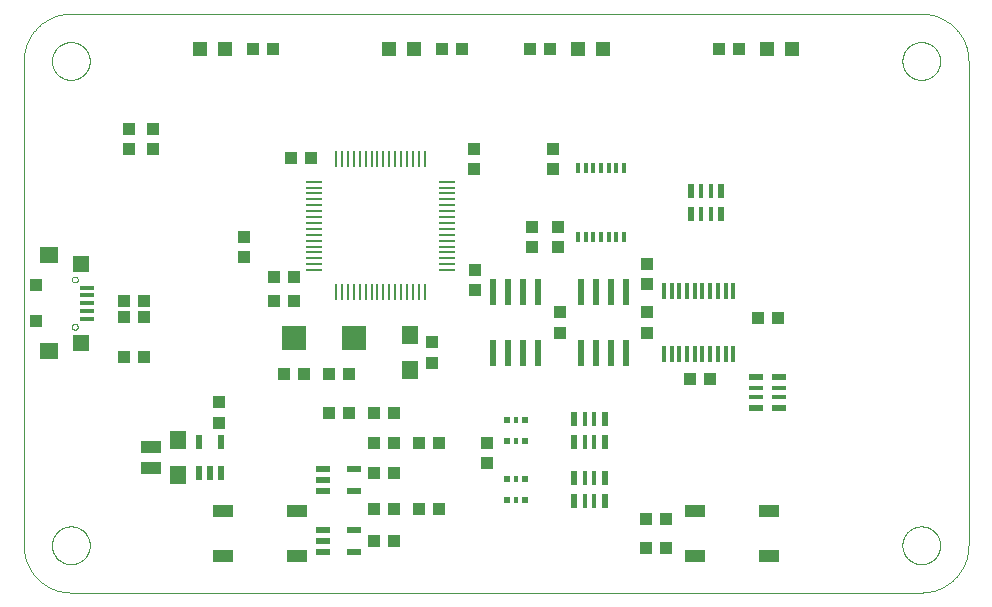
<source format=gtp>
G75*
%MOIN*%
%OFA0B0*%
%FSLAX25Y25*%
%IPPOS*%
%LPD*%
%AMOC8*
5,1,8,0,0,1.08239X$1,22.5*
%
%ADD10R,0.04724X0.04724*%
%ADD11R,0.03937X0.04331*%
%ADD12R,0.07008X0.04016*%
%ADD13R,0.05512X0.06299*%
%ADD14R,0.01378X0.03543*%
%ADD15R,0.04331X0.03937*%
%ADD16R,0.02165X0.04724*%
%ADD17R,0.04724X0.02165*%
%ADD18R,0.01732X0.04528*%
%ADD19R,0.02480X0.04528*%
%ADD20R,0.02362X0.08661*%
%ADD21R,0.01378X0.05630*%
%ADD22R,0.05709X0.01063*%
%ADD23R,0.01063X0.05709*%
%ADD24R,0.08000X0.08000*%
%ADD25C,0.00000*%
%ADD26R,0.06693X0.03937*%
%ADD27R,0.05906X0.05315*%
%ADD28R,0.05512X0.05512*%
%ADD29R,0.04724X0.01575*%
%ADD30R,0.02362X0.02362*%
%ADD31R,0.01575X0.01969*%
%ADD32R,0.04528X0.01732*%
%ADD33R,0.04528X0.02480*%
D10*
X0113039Y0235814D03*
X0121307Y0235814D03*
X0176031Y0235814D03*
X0184299Y0235814D03*
X0239024Y0235814D03*
X0247291Y0235814D03*
X0302016Y0235814D03*
X0310283Y0235814D03*
D11*
X0292764Y0235814D03*
X0286071Y0235814D03*
X0229772Y0235814D03*
X0223079Y0235814D03*
X0200244Y0235814D03*
X0193551Y0235814D03*
X0204181Y0202608D03*
X0204181Y0195915D03*
X0204606Y0162145D03*
X0204606Y0155452D03*
X0190431Y0138058D03*
X0190431Y0131365D03*
X0177528Y0114711D03*
X0170835Y0114711D03*
X0162528Y0114711D03*
X0155835Y0114711D03*
X0170835Y0104711D03*
X0177528Y0104711D03*
X0185835Y0104711D03*
X0192528Y0104711D03*
X0208531Y0104608D03*
X0208531Y0097915D03*
X0192528Y0082524D03*
X0185835Y0082524D03*
X0177528Y0082524D03*
X0170835Y0082524D03*
X0119181Y0111365D03*
X0119181Y0118058D03*
X0094278Y0133111D03*
X0087585Y0133111D03*
X0087585Y0146643D03*
X0087622Y0151830D03*
X0094315Y0151830D03*
X0094278Y0146643D03*
X0058229Y0145263D03*
X0058229Y0157074D03*
X0130559Y0235814D03*
X0137252Y0235814D03*
X0261994Y0164308D03*
X0261994Y0157615D03*
X0261994Y0148058D03*
X0261994Y0141365D03*
X0232931Y0141365D03*
X0232931Y0148058D03*
X0298866Y0146168D03*
X0305559Y0146168D03*
X0268228Y0079211D03*
X0261535Y0079211D03*
D12*
X0096681Y0096207D03*
X0096681Y0103215D03*
D13*
X0105744Y0105617D03*
X0105744Y0093806D03*
X0182931Y0128806D03*
X0182931Y0140617D03*
D14*
X0239004Y0173196D03*
X0241563Y0173196D03*
X0244122Y0173196D03*
X0246681Y0173196D03*
X0249240Y0173196D03*
X0251799Y0173196D03*
X0254358Y0173196D03*
X0254358Y0196227D03*
X0251799Y0196227D03*
X0249240Y0196227D03*
X0246681Y0196227D03*
X0244122Y0196227D03*
X0241563Y0196227D03*
X0239004Y0196227D03*
D15*
X0230581Y0195915D03*
X0230581Y0202608D03*
X0232294Y0176533D03*
X0232294Y0169840D03*
X0223706Y0169840D03*
X0223706Y0176533D03*
X0150028Y0199711D03*
X0143335Y0199711D03*
X0127681Y0173208D03*
X0127681Y0166515D03*
X0137710Y0160024D03*
X0144403Y0160024D03*
X0144403Y0151899D03*
X0137710Y0151899D03*
X0140835Y0127524D03*
X0147528Y0127524D03*
X0155835Y0127524D03*
X0162528Y0127524D03*
X0170835Y0094711D03*
X0177528Y0094711D03*
X0177528Y0071899D03*
X0170835Y0071899D03*
X0261535Y0069411D03*
X0268228Y0069411D03*
X0276235Y0125761D03*
X0282928Y0125761D03*
X0097306Y0202665D03*
X0097306Y0209358D03*
X0089181Y0209358D03*
X0089181Y0202665D03*
D16*
X0112628Y0104830D03*
X0120109Y0104830D03*
X0120109Y0094593D03*
X0116369Y0094593D03*
X0112628Y0094593D03*
D17*
X0154063Y0095952D03*
X0154063Y0092211D03*
X0154063Y0088471D03*
X0164299Y0088471D03*
X0164299Y0095952D03*
X0164299Y0075639D03*
X0154063Y0075639D03*
X0154063Y0071899D03*
X0154063Y0068159D03*
X0164299Y0068159D03*
D18*
X0241256Y0085173D03*
X0244406Y0085173D03*
X0244406Y0092850D03*
X0241256Y0092850D03*
X0241256Y0104773D03*
X0244406Y0104773D03*
X0244406Y0112450D03*
X0241256Y0112450D03*
X0280106Y0180873D03*
X0283256Y0180873D03*
X0283256Y0188550D03*
X0280106Y0188550D03*
D19*
X0276583Y0188550D03*
X0276583Y0180873D03*
X0286780Y0180873D03*
X0286780Y0188550D03*
X0247930Y0112450D03*
X0237733Y0112450D03*
X0237733Y0104773D03*
X0247930Y0104773D03*
X0247930Y0092850D03*
X0237733Y0092850D03*
X0237733Y0085173D03*
X0247930Y0085173D03*
D20*
X0249806Y0134475D03*
X0244806Y0134475D03*
X0239806Y0134475D03*
X0225744Y0134475D03*
X0220744Y0134475D03*
X0215744Y0134475D03*
X0210744Y0134475D03*
X0210744Y0154948D03*
X0215744Y0154948D03*
X0220744Y0154948D03*
X0225744Y0154948D03*
X0239806Y0154948D03*
X0244806Y0154948D03*
X0249806Y0154948D03*
X0254806Y0154948D03*
X0254806Y0134475D03*
D21*
X0267665Y0134081D03*
X0270224Y0134081D03*
X0272783Y0134081D03*
X0275343Y0134081D03*
X0277902Y0134081D03*
X0280461Y0134081D03*
X0283020Y0134081D03*
X0285579Y0134081D03*
X0288138Y0134081D03*
X0290697Y0134081D03*
X0290697Y0155341D03*
X0288138Y0155341D03*
X0285579Y0155341D03*
X0283020Y0155341D03*
X0280461Y0155341D03*
X0277902Y0155341D03*
X0275343Y0155341D03*
X0272783Y0155341D03*
X0270224Y0155341D03*
X0267665Y0155341D03*
D22*
X0195264Y0162152D03*
X0195264Y0164121D03*
X0195264Y0166089D03*
X0195264Y0168058D03*
X0195264Y0170026D03*
X0195264Y0171995D03*
X0195264Y0173963D03*
X0195264Y0175932D03*
X0195264Y0177900D03*
X0195264Y0179869D03*
X0195264Y0181837D03*
X0195264Y0183806D03*
X0195264Y0185774D03*
X0195264Y0187743D03*
X0195264Y0189711D03*
X0195264Y0191680D03*
X0150972Y0191680D03*
X0150972Y0189711D03*
X0150972Y0187743D03*
X0150972Y0185774D03*
X0150972Y0183806D03*
X0150972Y0181837D03*
X0150972Y0179869D03*
X0150972Y0177900D03*
X0150972Y0175932D03*
X0150972Y0173963D03*
X0150972Y0171995D03*
X0150972Y0170026D03*
X0150972Y0168058D03*
X0150972Y0166089D03*
X0150972Y0164121D03*
X0150972Y0162152D03*
D23*
X0158354Y0154770D03*
X0160323Y0154770D03*
X0162291Y0154770D03*
X0164260Y0154770D03*
X0166228Y0154770D03*
X0168197Y0154770D03*
X0170165Y0154770D03*
X0172134Y0154770D03*
X0174102Y0154770D03*
X0176071Y0154770D03*
X0178039Y0154770D03*
X0180008Y0154770D03*
X0181976Y0154770D03*
X0183945Y0154770D03*
X0185913Y0154770D03*
X0187882Y0154770D03*
X0187882Y0199062D03*
X0185913Y0199062D03*
X0183945Y0199062D03*
X0181976Y0199062D03*
X0180008Y0199062D03*
X0178039Y0199062D03*
X0176071Y0199062D03*
X0174102Y0199062D03*
X0172134Y0199062D03*
X0170165Y0199062D03*
X0168197Y0199062D03*
X0166228Y0199062D03*
X0164260Y0199062D03*
X0162291Y0199062D03*
X0160323Y0199062D03*
X0158354Y0199062D03*
D24*
X0164181Y0139711D03*
X0144181Y0139711D03*
D25*
X0069929Y0054711D02*
X0353394Y0054711D01*
X0347095Y0070459D02*
X0347097Y0070617D01*
X0347103Y0070775D01*
X0347113Y0070933D01*
X0347127Y0071091D01*
X0347145Y0071248D01*
X0347166Y0071405D01*
X0347192Y0071561D01*
X0347222Y0071717D01*
X0347255Y0071872D01*
X0347293Y0072025D01*
X0347334Y0072178D01*
X0347379Y0072330D01*
X0347428Y0072481D01*
X0347481Y0072630D01*
X0347537Y0072778D01*
X0347597Y0072924D01*
X0347661Y0073069D01*
X0347729Y0073212D01*
X0347800Y0073354D01*
X0347874Y0073494D01*
X0347952Y0073631D01*
X0348034Y0073767D01*
X0348118Y0073901D01*
X0348207Y0074032D01*
X0348298Y0074161D01*
X0348393Y0074288D01*
X0348490Y0074413D01*
X0348591Y0074535D01*
X0348695Y0074654D01*
X0348802Y0074771D01*
X0348912Y0074885D01*
X0349025Y0074996D01*
X0349140Y0075105D01*
X0349258Y0075210D01*
X0349379Y0075312D01*
X0349502Y0075412D01*
X0349628Y0075508D01*
X0349756Y0075601D01*
X0349886Y0075691D01*
X0350019Y0075777D01*
X0350154Y0075861D01*
X0350290Y0075940D01*
X0350429Y0076017D01*
X0350570Y0076089D01*
X0350712Y0076159D01*
X0350856Y0076224D01*
X0351002Y0076286D01*
X0351149Y0076344D01*
X0351298Y0076399D01*
X0351448Y0076450D01*
X0351599Y0076497D01*
X0351751Y0076540D01*
X0351904Y0076579D01*
X0352059Y0076615D01*
X0352214Y0076646D01*
X0352370Y0076674D01*
X0352526Y0076698D01*
X0352683Y0076718D01*
X0352841Y0076734D01*
X0352998Y0076746D01*
X0353157Y0076754D01*
X0353315Y0076758D01*
X0353473Y0076758D01*
X0353631Y0076754D01*
X0353790Y0076746D01*
X0353947Y0076734D01*
X0354105Y0076718D01*
X0354262Y0076698D01*
X0354418Y0076674D01*
X0354574Y0076646D01*
X0354729Y0076615D01*
X0354884Y0076579D01*
X0355037Y0076540D01*
X0355189Y0076497D01*
X0355340Y0076450D01*
X0355490Y0076399D01*
X0355639Y0076344D01*
X0355786Y0076286D01*
X0355932Y0076224D01*
X0356076Y0076159D01*
X0356218Y0076089D01*
X0356359Y0076017D01*
X0356498Y0075940D01*
X0356634Y0075861D01*
X0356769Y0075777D01*
X0356902Y0075691D01*
X0357032Y0075601D01*
X0357160Y0075508D01*
X0357286Y0075412D01*
X0357409Y0075312D01*
X0357530Y0075210D01*
X0357648Y0075105D01*
X0357763Y0074996D01*
X0357876Y0074885D01*
X0357986Y0074771D01*
X0358093Y0074654D01*
X0358197Y0074535D01*
X0358298Y0074413D01*
X0358395Y0074288D01*
X0358490Y0074161D01*
X0358581Y0074032D01*
X0358670Y0073901D01*
X0358754Y0073767D01*
X0358836Y0073631D01*
X0358914Y0073494D01*
X0358988Y0073354D01*
X0359059Y0073212D01*
X0359127Y0073069D01*
X0359191Y0072924D01*
X0359251Y0072778D01*
X0359307Y0072630D01*
X0359360Y0072481D01*
X0359409Y0072330D01*
X0359454Y0072178D01*
X0359495Y0072025D01*
X0359533Y0071872D01*
X0359566Y0071717D01*
X0359596Y0071561D01*
X0359622Y0071405D01*
X0359643Y0071248D01*
X0359661Y0071091D01*
X0359675Y0070933D01*
X0359685Y0070775D01*
X0359691Y0070617D01*
X0359693Y0070459D01*
X0359691Y0070301D01*
X0359685Y0070143D01*
X0359675Y0069985D01*
X0359661Y0069827D01*
X0359643Y0069670D01*
X0359622Y0069513D01*
X0359596Y0069357D01*
X0359566Y0069201D01*
X0359533Y0069046D01*
X0359495Y0068893D01*
X0359454Y0068740D01*
X0359409Y0068588D01*
X0359360Y0068437D01*
X0359307Y0068288D01*
X0359251Y0068140D01*
X0359191Y0067994D01*
X0359127Y0067849D01*
X0359059Y0067706D01*
X0358988Y0067564D01*
X0358914Y0067424D01*
X0358836Y0067287D01*
X0358754Y0067151D01*
X0358670Y0067017D01*
X0358581Y0066886D01*
X0358490Y0066757D01*
X0358395Y0066630D01*
X0358298Y0066505D01*
X0358197Y0066383D01*
X0358093Y0066264D01*
X0357986Y0066147D01*
X0357876Y0066033D01*
X0357763Y0065922D01*
X0357648Y0065813D01*
X0357530Y0065708D01*
X0357409Y0065606D01*
X0357286Y0065506D01*
X0357160Y0065410D01*
X0357032Y0065317D01*
X0356902Y0065227D01*
X0356769Y0065141D01*
X0356634Y0065057D01*
X0356498Y0064978D01*
X0356359Y0064901D01*
X0356218Y0064829D01*
X0356076Y0064759D01*
X0355932Y0064694D01*
X0355786Y0064632D01*
X0355639Y0064574D01*
X0355490Y0064519D01*
X0355340Y0064468D01*
X0355189Y0064421D01*
X0355037Y0064378D01*
X0354884Y0064339D01*
X0354729Y0064303D01*
X0354574Y0064272D01*
X0354418Y0064244D01*
X0354262Y0064220D01*
X0354105Y0064200D01*
X0353947Y0064184D01*
X0353790Y0064172D01*
X0353631Y0064164D01*
X0353473Y0064160D01*
X0353315Y0064160D01*
X0353157Y0064164D01*
X0352998Y0064172D01*
X0352841Y0064184D01*
X0352683Y0064200D01*
X0352526Y0064220D01*
X0352370Y0064244D01*
X0352214Y0064272D01*
X0352059Y0064303D01*
X0351904Y0064339D01*
X0351751Y0064378D01*
X0351599Y0064421D01*
X0351448Y0064468D01*
X0351298Y0064519D01*
X0351149Y0064574D01*
X0351002Y0064632D01*
X0350856Y0064694D01*
X0350712Y0064759D01*
X0350570Y0064829D01*
X0350429Y0064901D01*
X0350290Y0064978D01*
X0350154Y0065057D01*
X0350019Y0065141D01*
X0349886Y0065227D01*
X0349756Y0065317D01*
X0349628Y0065410D01*
X0349502Y0065506D01*
X0349379Y0065606D01*
X0349258Y0065708D01*
X0349140Y0065813D01*
X0349025Y0065922D01*
X0348912Y0066033D01*
X0348802Y0066147D01*
X0348695Y0066264D01*
X0348591Y0066383D01*
X0348490Y0066505D01*
X0348393Y0066630D01*
X0348298Y0066757D01*
X0348207Y0066886D01*
X0348118Y0067017D01*
X0348034Y0067151D01*
X0347952Y0067287D01*
X0347874Y0067424D01*
X0347800Y0067564D01*
X0347729Y0067706D01*
X0347661Y0067849D01*
X0347597Y0067994D01*
X0347537Y0068140D01*
X0347481Y0068288D01*
X0347428Y0068437D01*
X0347379Y0068588D01*
X0347334Y0068740D01*
X0347293Y0068893D01*
X0347255Y0069046D01*
X0347222Y0069201D01*
X0347192Y0069357D01*
X0347166Y0069513D01*
X0347145Y0069670D01*
X0347127Y0069827D01*
X0347113Y0069985D01*
X0347103Y0070143D01*
X0347097Y0070301D01*
X0347095Y0070459D01*
X0353394Y0054711D02*
X0353775Y0054716D01*
X0354155Y0054729D01*
X0354535Y0054752D01*
X0354914Y0054785D01*
X0355292Y0054826D01*
X0355669Y0054876D01*
X0356045Y0054936D01*
X0356420Y0055004D01*
X0356792Y0055082D01*
X0357163Y0055169D01*
X0357531Y0055264D01*
X0357897Y0055369D01*
X0358260Y0055482D01*
X0358621Y0055604D01*
X0358978Y0055734D01*
X0359332Y0055874D01*
X0359683Y0056021D01*
X0360030Y0056178D01*
X0360373Y0056342D01*
X0360712Y0056515D01*
X0361047Y0056696D01*
X0361378Y0056885D01*
X0361703Y0057082D01*
X0362024Y0057286D01*
X0362340Y0057499D01*
X0362650Y0057719D01*
X0362956Y0057946D01*
X0363255Y0058181D01*
X0363549Y0058423D01*
X0363837Y0058671D01*
X0364119Y0058927D01*
X0364394Y0059190D01*
X0364663Y0059459D01*
X0364926Y0059734D01*
X0365182Y0060016D01*
X0365430Y0060304D01*
X0365672Y0060598D01*
X0365907Y0060897D01*
X0366134Y0061203D01*
X0366354Y0061513D01*
X0366567Y0061829D01*
X0366771Y0062150D01*
X0366968Y0062475D01*
X0367157Y0062806D01*
X0367338Y0063141D01*
X0367511Y0063480D01*
X0367675Y0063823D01*
X0367832Y0064170D01*
X0367979Y0064521D01*
X0368119Y0064875D01*
X0368249Y0065232D01*
X0368371Y0065593D01*
X0368484Y0065956D01*
X0368589Y0066322D01*
X0368684Y0066690D01*
X0368771Y0067061D01*
X0368849Y0067433D01*
X0368917Y0067808D01*
X0368977Y0068184D01*
X0369027Y0068561D01*
X0369068Y0068939D01*
X0369101Y0069318D01*
X0369124Y0069698D01*
X0369137Y0070078D01*
X0369142Y0070459D01*
X0369142Y0231877D01*
X0347095Y0231877D02*
X0347097Y0232035D01*
X0347103Y0232193D01*
X0347113Y0232351D01*
X0347127Y0232509D01*
X0347145Y0232666D01*
X0347166Y0232823D01*
X0347192Y0232979D01*
X0347222Y0233135D01*
X0347255Y0233290D01*
X0347293Y0233443D01*
X0347334Y0233596D01*
X0347379Y0233748D01*
X0347428Y0233899D01*
X0347481Y0234048D01*
X0347537Y0234196D01*
X0347597Y0234342D01*
X0347661Y0234487D01*
X0347729Y0234630D01*
X0347800Y0234772D01*
X0347874Y0234912D01*
X0347952Y0235049D01*
X0348034Y0235185D01*
X0348118Y0235319D01*
X0348207Y0235450D01*
X0348298Y0235579D01*
X0348393Y0235706D01*
X0348490Y0235831D01*
X0348591Y0235953D01*
X0348695Y0236072D01*
X0348802Y0236189D01*
X0348912Y0236303D01*
X0349025Y0236414D01*
X0349140Y0236523D01*
X0349258Y0236628D01*
X0349379Y0236730D01*
X0349502Y0236830D01*
X0349628Y0236926D01*
X0349756Y0237019D01*
X0349886Y0237109D01*
X0350019Y0237195D01*
X0350154Y0237279D01*
X0350290Y0237358D01*
X0350429Y0237435D01*
X0350570Y0237507D01*
X0350712Y0237577D01*
X0350856Y0237642D01*
X0351002Y0237704D01*
X0351149Y0237762D01*
X0351298Y0237817D01*
X0351448Y0237868D01*
X0351599Y0237915D01*
X0351751Y0237958D01*
X0351904Y0237997D01*
X0352059Y0238033D01*
X0352214Y0238064D01*
X0352370Y0238092D01*
X0352526Y0238116D01*
X0352683Y0238136D01*
X0352841Y0238152D01*
X0352998Y0238164D01*
X0353157Y0238172D01*
X0353315Y0238176D01*
X0353473Y0238176D01*
X0353631Y0238172D01*
X0353790Y0238164D01*
X0353947Y0238152D01*
X0354105Y0238136D01*
X0354262Y0238116D01*
X0354418Y0238092D01*
X0354574Y0238064D01*
X0354729Y0238033D01*
X0354884Y0237997D01*
X0355037Y0237958D01*
X0355189Y0237915D01*
X0355340Y0237868D01*
X0355490Y0237817D01*
X0355639Y0237762D01*
X0355786Y0237704D01*
X0355932Y0237642D01*
X0356076Y0237577D01*
X0356218Y0237507D01*
X0356359Y0237435D01*
X0356498Y0237358D01*
X0356634Y0237279D01*
X0356769Y0237195D01*
X0356902Y0237109D01*
X0357032Y0237019D01*
X0357160Y0236926D01*
X0357286Y0236830D01*
X0357409Y0236730D01*
X0357530Y0236628D01*
X0357648Y0236523D01*
X0357763Y0236414D01*
X0357876Y0236303D01*
X0357986Y0236189D01*
X0358093Y0236072D01*
X0358197Y0235953D01*
X0358298Y0235831D01*
X0358395Y0235706D01*
X0358490Y0235579D01*
X0358581Y0235450D01*
X0358670Y0235319D01*
X0358754Y0235185D01*
X0358836Y0235049D01*
X0358914Y0234912D01*
X0358988Y0234772D01*
X0359059Y0234630D01*
X0359127Y0234487D01*
X0359191Y0234342D01*
X0359251Y0234196D01*
X0359307Y0234048D01*
X0359360Y0233899D01*
X0359409Y0233748D01*
X0359454Y0233596D01*
X0359495Y0233443D01*
X0359533Y0233290D01*
X0359566Y0233135D01*
X0359596Y0232979D01*
X0359622Y0232823D01*
X0359643Y0232666D01*
X0359661Y0232509D01*
X0359675Y0232351D01*
X0359685Y0232193D01*
X0359691Y0232035D01*
X0359693Y0231877D01*
X0359691Y0231719D01*
X0359685Y0231561D01*
X0359675Y0231403D01*
X0359661Y0231245D01*
X0359643Y0231088D01*
X0359622Y0230931D01*
X0359596Y0230775D01*
X0359566Y0230619D01*
X0359533Y0230464D01*
X0359495Y0230311D01*
X0359454Y0230158D01*
X0359409Y0230006D01*
X0359360Y0229855D01*
X0359307Y0229706D01*
X0359251Y0229558D01*
X0359191Y0229412D01*
X0359127Y0229267D01*
X0359059Y0229124D01*
X0358988Y0228982D01*
X0358914Y0228842D01*
X0358836Y0228705D01*
X0358754Y0228569D01*
X0358670Y0228435D01*
X0358581Y0228304D01*
X0358490Y0228175D01*
X0358395Y0228048D01*
X0358298Y0227923D01*
X0358197Y0227801D01*
X0358093Y0227682D01*
X0357986Y0227565D01*
X0357876Y0227451D01*
X0357763Y0227340D01*
X0357648Y0227231D01*
X0357530Y0227126D01*
X0357409Y0227024D01*
X0357286Y0226924D01*
X0357160Y0226828D01*
X0357032Y0226735D01*
X0356902Y0226645D01*
X0356769Y0226559D01*
X0356634Y0226475D01*
X0356498Y0226396D01*
X0356359Y0226319D01*
X0356218Y0226247D01*
X0356076Y0226177D01*
X0355932Y0226112D01*
X0355786Y0226050D01*
X0355639Y0225992D01*
X0355490Y0225937D01*
X0355340Y0225886D01*
X0355189Y0225839D01*
X0355037Y0225796D01*
X0354884Y0225757D01*
X0354729Y0225721D01*
X0354574Y0225690D01*
X0354418Y0225662D01*
X0354262Y0225638D01*
X0354105Y0225618D01*
X0353947Y0225602D01*
X0353790Y0225590D01*
X0353631Y0225582D01*
X0353473Y0225578D01*
X0353315Y0225578D01*
X0353157Y0225582D01*
X0352998Y0225590D01*
X0352841Y0225602D01*
X0352683Y0225618D01*
X0352526Y0225638D01*
X0352370Y0225662D01*
X0352214Y0225690D01*
X0352059Y0225721D01*
X0351904Y0225757D01*
X0351751Y0225796D01*
X0351599Y0225839D01*
X0351448Y0225886D01*
X0351298Y0225937D01*
X0351149Y0225992D01*
X0351002Y0226050D01*
X0350856Y0226112D01*
X0350712Y0226177D01*
X0350570Y0226247D01*
X0350429Y0226319D01*
X0350290Y0226396D01*
X0350154Y0226475D01*
X0350019Y0226559D01*
X0349886Y0226645D01*
X0349756Y0226735D01*
X0349628Y0226828D01*
X0349502Y0226924D01*
X0349379Y0227024D01*
X0349258Y0227126D01*
X0349140Y0227231D01*
X0349025Y0227340D01*
X0348912Y0227451D01*
X0348802Y0227565D01*
X0348695Y0227682D01*
X0348591Y0227801D01*
X0348490Y0227923D01*
X0348393Y0228048D01*
X0348298Y0228175D01*
X0348207Y0228304D01*
X0348118Y0228435D01*
X0348034Y0228569D01*
X0347952Y0228705D01*
X0347874Y0228842D01*
X0347800Y0228982D01*
X0347729Y0229124D01*
X0347661Y0229267D01*
X0347597Y0229412D01*
X0347537Y0229558D01*
X0347481Y0229706D01*
X0347428Y0229855D01*
X0347379Y0230006D01*
X0347334Y0230158D01*
X0347293Y0230311D01*
X0347255Y0230464D01*
X0347222Y0230619D01*
X0347192Y0230775D01*
X0347166Y0230931D01*
X0347145Y0231088D01*
X0347127Y0231245D01*
X0347113Y0231403D01*
X0347103Y0231561D01*
X0347097Y0231719D01*
X0347095Y0231877D01*
X0353394Y0247625D02*
X0353775Y0247620D01*
X0354155Y0247607D01*
X0354535Y0247584D01*
X0354914Y0247551D01*
X0355292Y0247510D01*
X0355669Y0247460D01*
X0356045Y0247400D01*
X0356420Y0247332D01*
X0356792Y0247254D01*
X0357163Y0247167D01*
X0357531Y0247072D01*
X0357897Y0246967D01*
X0358260Y0246854D01*
X0358621Y0246732D01*
X0358978Y0246602D01*
X0359332Y0246462D01*
X0359683Y0246315D01*
X0360030Y0246158D01*
X0360373Y0245994D01*
X0360712Y0245821D01*
X0361047Y0245640D01*
X0361378Y0245451D01*
X0361703Y0245254D01*
X0362024Y0245050D01*
X0362340Y0244837D01*
X0362650Y0244617D01*
X0362956Y0244390D01*
X0363255Y0244155D01*
X0363549Y0243913D01*
X0363837Y0243665D01*
X0364119Y0243409D01*
X0364394Y0243146D01*
X0364663Y0242877D01*
X0364926Y0242602D01*
X0365182Y0242320D01*
X0365430Y0242032D01*
X0365672Y0241738D01*
X0365907Y0241439D01*
X0366134Y0241133D01*
X0366354Y0240823D01*
X0366567Y0240507D01*
X0366771Y0240186D01*
X0366968Y0239861D01*
X0367157Y0239530D01*
X0367338Y0239195D01*
X0367511Y0238856D01*
X0367675Y0238513D01*
X0367832Y0238166D01*
X0367979Y0237815D01*
X0368119Y0237461D01*
X0368249Y0237104D01*
X0368371Y0236743D01*
X0368484Y0236380D01*
X0368589Y0236014D01*
X0368684Y0235646D01*
X0368771Y0235275D01*
X0368849Y0234903D01*
X0368917Y0234528D01*
X0368977Y0234152D01*
X0369027Y0233775D01*
X0369068Y0233397D01*
X0369101Y0233018D01*
X0369124Y0232638D01*
X0369137Y0232258D01*
X0369142Y0231877D01*
X0353394Y0247625D02*
X0069929Y0247625D01*
X0063630Y0231877D02*
X0063632Y0232035D01*
X0063638Y0232193D01*
X0063648Y0232351D01*
X0063662Y0232509D01*
X0063680Y0232666D01*
X0063701Y0232823D01*
X0063727Y0232979D01*
X0063757Y0233135D01*
X0063790Y0233290D01*
X0063828Y0233443D01*
X0063869Y0233596D01*
X0063914Y0233748D01*
X0063963Y0233899D01*
X0064016Y0234048D01*
X0064072Y0234196D01*
X0064132Y0234342D01*
X0064196Y0234487D01*
X0064264Y0234630D01*
X0064335Y0234772D01*
X0064409Y0234912D01*
X0064487Y0235049D01*
X0064569Y0235185D01*
X0064653Y0235319D01*
X0064742Y0235450D01*
X0064833Y0235579D01*
X0064928Y0235706D01*
X0065025Y0235831D01*
X0065126Y0235953D01*
X0065230Y0236072D01*
X0065337Y0236189D01*
X0065447Y0236303D01*
X0065560Y0236414D01*
X0065675Y0236523D01*
X0065793Y0236628D01*
X0065914Y0236730D01*
X0066037Y0236830D01*
X0066163Y0236926D01*
X0066291Y0237019D01*
X0066421Y0237109D01*
X0066554Y0237195D01*
X0066689Y0237279D01*
X0066825Y0237358D01*
X0066964Y0237435D01*
X0067105Y0237507D01*
X0067247Y0237577D01*
X0067391Y0237642D01*
X0067537Y0237704D01*
X0067684Y0237762D01*
X0067833Y0237817D01*
X0067983Y0237868D01*
X0068134Y0237915D01*
X0068286Y0237958D01*
X0068439Y0237997D01*
X0068594Y0238033D01*
X0068749Y0238064D01*
X0068905Y0238092D01*
X0069061Y0238116D01*
X0069218Y0238136D01*
X0069376Y0238152D01*
X0069533Y0238164D01*
X0069692Y0238172D01*
X0069850Y0238176D01*
X0070008Y0238176D01*
X0070166Y0238172D01*
X0070325Y0238164D01*
X0070482Y0238152D01*
X0070640Y0238136D01*
X0070797Y0238116D01*
X0070953Y0238092D01*
X0071109Y0238064D01*
X0071264Y0238033D01*
X0071419Y0237997D01*
X0071572Y0237958D01*
X0071724Y0237915D01*
X0071875Y0237868D01*
X0072025Y0237817D01*
X0072174Y0237762D01*
X0072321Y0237704D01*
X0072467Y0237642D01*
X0072611Y0237577D01*
X0072753Y0237507D01*
X0072894Y0237435D01*
X0073033Y0237358D01*
X0073169Y0237279D01*
X0073304Y0237195D01*
X0073437Y0237109D01*
X0073567Y0237019D01*
X0073695Y0236926D01*
X0073821Y0236830D01*
X0073944Y0236730D01*
X0074065Y0236628D01*
X0074183Y0236523D01*
X0074298Y0236414D01*
X0074411Y0236303D01*
X0074521Y0236189D01*
X0074628Y0236072D01*
X0074732Y0235953D01*
X0074833Y0235831D01*
X0074930Y0235706D01*
X0075025Y0235579D01*
X0075116Y0235450D01*
X0075205Y0235319D01*
X0075289Y0235185D01*
X0075371Y0235049D01*
X0075449Y0234912D01*
X0075523Y0234772D01*
X0075594Y0234630D01*
X0075662Y0234487D01*
X0075726Y0234342D01*
X0075786Y0234196D01*
X0075842Y0234048D01*
X0075895Y0233899D01*
X0075944Y0233748D01*
X0075989Y0233596D01*
X0076030Y0233443D01*
X0076068Y0233290D01*
X0076101Y0233135D01*
X0076131Y0232979D01*
X0076157Y0232823D01*
X0076178Y0232666D01*
X0076196Y0232509D01*
X0076210Y0232351D01*
X0076220Y0232193D01*
X0076226Y0232035D01*
X0076228Y0231877D01*
X0076226Y0231719D01*
X0076220Y0231561D01*
X0076210Y0231403D01*
X0076196Y0231245D01*
X0076178Y0231088D01*
X0076157Y0230931D01*
X0076131Y0230775D01*
X0076101Y0230619D01*
X0076068Y0230464D01*
X0076030Y0230311D01*
X0075989Y0230158D01*
X0075944Y0230006D01*
X0075895Y0229855D01*
X0075842Y0229706D01*
X0075786Y0229558D01*
X0075726Y0229412D01*
X0075662Y0229267D01*
X0075594Y0229124D01*
X0075523Y0228982D01*
X0075449Y0228842D01*
X0075371Y0228705D01*
X0075289Y0228569D01*
X0075205Y0228435D01*
X0075116Y0228304D01*
X0075025Y0228175D01*
X0074930Y0228048D01*
X0074833Y0227923D01*
X0074732Y0227801D01*
X0074628Y0227682D01*
X0074521Y0227565D01*
X0074411Y0227451D01*
X0074298Y0227340D01*
X0074183Y0227231D01*
X0074065Y0227126D01*
X0073944Y0227024D01*
X0073821Y0226924D01*
X0073695Y0226828D01*
X0073567Y0226735D01*
X0073437Y0226645D01*
X0073304Y0226559D01*
X0073169Y0226475D01*
X0073033Y0226396D01*
X0072894Y0226319D01*
X0072753Y0226247D01*
X0072611Y0226177D01*
X0072467Y0226112D01*
X0072321Y0226050D01*
X0072174Y0225992D01*
X0072025Y0225937D01*
X0071875Y0225886D01*
X0071724Y0225839D01*
X0071572Y0225796D01*
X0071419Y0225757D01*
X0071264Y0225721D01*
X0071109Y0225690D01*
X0070953Y0225662D01*
X0070797Y0225638D01*
X0070640Y0225618D01*
X0070482Y0225602D01*
X0070325Y0225590D01*
X0070166Y0225582D01*
X0070008Y0225578D01*
X0069850Y0225578D01*
X0069692Y0225582D01*
X0069533Y0225590D01*
X0069376Y0225602D01*
X0069218Y0225618D01*
X0069061Y0225638D01*
X0068905Y0225662D01*
X0068749Y0225690D01*
X0068594Y0225721D01*
X0068439Y0225757D01*
X0068286Y0225796D01*
X0068134Y0225839D01*
X0067983Y0225886D01*
X0067833Y0225937D01*
X0067684Y0225992D01*
X0067537Y0226050D01*
X0067391Y0226112D01*
X0067247Y0226177D01*
X0067105Y0226247D01*
X0066964Y0226319D01*
X0066825Y0226396D01*
X0066689Y0226475D01*
X0066554Y0226559D01*
X0066421Y0226645D01*
X0066291Y0226735D01*
X0066163Y0226828D01*
X0066037Y0226924D01*
X0065914Y0227024D01*
X0065793Y0227126D01*
X0065675Y0227231D01*
X0065560Y0227340D01*
X0065447Y0227451D01*
X0065337Y0227565D01*
X0065230Y0227682D01*
X0065126Y0227801D01*
X0065025Y0227923D01*
X0064928Y0228048D01*
X0064833Y0228175D01*
X0064742Y0228304D01*
X0064653Y0228435D01*
X0064569Y0228569D01*
X0064487Y0228705D01*
X0064409Y0228842D01*
X0064335Y0228982D01*
X0064264Y0229124D01*
X0064196Y0229267D01*
X0064132Y0229412D01*
X0064072Y0229558D01*
X0064016Y0229706D01*
X0063963Y0229855D01*
X0063914Y0230006D01*
X0063869Y0230158D01*
X0063828Y0230311D01*
X0063790Y0230464D01*
X0063757Y0230619D01*
X0063727Y0230775D01*
X0063701Y0230931D01*
X0063680Y0231088D01*
X0063662Y0231245D01*
X0063648Y0231403D01*
X0063638Y0231561D01*
X0063632Y0231719D01*
X0063630Y0231877D01*
X0054181Y0231877D02*
X0054186Y0232258D01*
X0054199Y0232638D01*
X0054222Y0233018D01*
X0054255Y0233397D01*
X0054296Y0233775D01*
X0054346Y0234152D01*
X0054406Y0234528D01*
X0054474Y0234903D01*
X0054552Y0235275D01*
X0054639Y0235646D01*
X0054734Y0236014D01*
X0054839Y0236380D01*
X0054952Y0236743D01*
X0055074Y0237104D01*
X0055204Y0237461D01*
X0055344Y0237815D01*
X0055491Y0238166D01*
X0055648Y0238513D01*
X0055812Y0238856D01*
X0055985Y0239195D01*
X0056166Y0239530D01*
X0056355Y0239861D01*
X0056552Y0240186D01*
X0056756Y0240507D01*
X0056969Y0240823D01*
X0057189Y0241133D01*
X0057416Y0241439D01*
X0057651Y0241738D01*
X0057893Y0242032D01*
X0058141Y0242320D01*
X0058397Y0242602D01*
X0058660Y0242877D01*
X0058929Y0243146D01*
X0059204Y0243409D01*
X0059486Y0243665D01*
X0059774Y0243913D01*
X0060068Y0244155D01*
X0060367Y0244390D01*
X0060673Y0244617D01*
X0060983Y0244837D01*
X0061299Y0245050D01*
X0061620Y0245254D01*
X0061945Y0245451D01*
X0062276Y0245640D01*
X0062611Y0245821D01*
X0062950Y0245994D01*
X0063293Y0246158D01*
X0063640Y0246315D01*
X0063991Y0246462D01*
X0064345Y0246602D01*
X0064702Y0246732D01*
X0065063Y0246854D01*
X0065426Y0246967D01*
X0065792Y0247072D01*
X0066160Y0247167D01*
X0066531Y0247254D01*
X0066903Y0247332D01*
X0067278Y0247400D01*
X0067654Y0247460D01*
X0068031Y0247510D01*
X0068409Y0247551D01*
X0068788Y0247584D01*
X0069168Y0247607D01*
X0069548Y0247620D01*
X0069929Y0247625D01*
X0054181Y0231877D02*
X0054181Y0070459D01*
X0063630Y0070459D02*
X0063632Y0070617D01*
X0063638Y0070775D01*
X0063648Y0070933D01*
X0063662Y0071091D01*
X0063680Y0071248D01*
X0063701Y0071405D01*
X0063727Y0071561D01*
X0063757Y0071717D01*
X0063790Y0071872D01*
X0063828Y0072025D01*
X0063869Y0072178D01*
X0063914Y0072330D01*
X0063963Y0072481D01*
X0064016Y0072630D01*
X0064072Y0072778D01*
X0064132Y0072924D01*
X0064196Y0073069D01*
X0064264Y0073212D01*
X0064335Y0073354D01*
X0064409Y0073494D01*
X0064487Y0073631D01*
X0064569Y0073767D01*
X0064653Y0073901D01*
X0064742Y0074032D01*
X0064833Y0074161D01*
X0064928Y0074288D01*
X0065025Y0074413D01*
X0065126Y0074535D01*
X0065230Y0074654D01*
X0065337Y0074771D01*
X0065447Y0074885D01*
X0065560Y0074996D01*
X0065675Y0075105D01*
X0065793Y0075210D01*
X0065914Y0075312D01*
X0066037Y0075412D01*
X0066163Y0075508D01*
X0066291Y0075601D01*
X0066421Y0075691D01*
X0066554Y0075777D01*
X0066689Y0075861D01*
X0066825Y0075940D01*
X0066964Y0076017D01*
X0067105Y0076089D01*
X0067247Y0076159D01*
X0067391Y0076224D01*
X0067537Y0076286D01*
X0067684Y0076344D01*
X0067833Y0076399D01*
X0067983Y0076450D01*
X0068134Y0076497D01*
X0068286Y0076540D01*
X0068439Y0076579D01*
X0068594Y0076615D01*
X0068749Y0076646D01*
X0068905Y0076674D01*
X0069061Y0076698D01*
X0069218Y0076718D01*
X0069376Y0076734D01*
X0069533Y0076746D01*
X0069692Y0076754D01*
X0069850Y0076758D01*
X0070008Y0076758D01*
X0070166Y0076754D01*
X0070325Y0076746D01*
X0070482Y0076734D01*
X0070640Y0076718D01*
X0070797Y0076698D01*
X0070953Y0076674D01*
X0071109Y0076646D01*
X0071264Y0076615D01*
X0071419Y0076579D01*
X0071572Y0076540D01*
X0071724Y0076497D01*
X0071875Y0076450D01*
X0072025Y0076399D01*
X0072174Y0076344D01*
X0072321Y0076286D01*
X0072467Y0076224D01*
X0072611Y0076159D01*
X0072753Y0076089D01*
X0072894Y0076017D01*
X0073033Y0075940D01*
X0073169Y0075861D01*
X0073304Y0075777D01*
X0073437Y0075691D01*
X0073567Y0075601D01*
X0073695Y0075508D01*
X0073821Y0075412D01*
X0073944Y0075312D01*
X0074065Y0075210D01*
X0074183Y0075105D01*
X0074298Y0074996D01*
X0074411Y0074885D01*
X0074521Y0074771D01*
X0074628Y0074654D01*
X0074732Y0074535D01*
X0074833Y0074413D01*
X0074930Y0074288D01*
X0075025Y0074161D01*
X0075116Y0074032D01*
X0075205Y0073901D01*
X0075289Y0073767D01*
X0075371Y0073631D01*
X0075449Y0073494D01*
X0075523Y0073354D01*
X0075594Y0073212D01*
X0075662Y0073069D01*
X0075726Y0072924D01*
X0075786Y0072778D01*
X0075842Y0072630D01*
X0075895Y0072481D01*
X0075944Y0072330D01*
X0075989Y0072178D01*
X0076030Y0072025D01*
X0076068Y0071872D01*
X0076101Y0071717D01*
X0076131Y0071561D01*
X0076157Y0071405D01*
X0076178Y0071248D01*
X0076196Y0071091D01*
X0076210Y0070933D01*
X0076220Y0070775D01*
X0076226Y0070617D01*
X0076228Y0070459D01*
X0076226Y0070301D01*
X0076220Y0070143D01*
X0076210Y0069985D01*
X0076196Y0069827D01*
X0076178Y0069670D01*
X0076157Y0069513D01*
X0076131Y0069357D01*
X0076101Y0069201D01*
X0076068Y0069046D01*
X0076030Y0068893D01*
X0075989Y0068740D01*
X0075944Y0068588D01*
X0075895Y0068437D01*
X0075842Y0068288D01*
X0075786Y0068140D01*
X0075726Y0067994D01*
X0075662Y0067849D01*
X0075594Y0067706D01*
X0075523Y0067564D01*
X0075449Y0067424D01*
X0075371Y0067287D01*
X0075289Y0067151D01*
X0075205Y0067017D01*
X0075116Y0066886D01*
X0075025Y0066757D01*
X0074930Y0066630D01*
X0074833Y0066505D01*
X0074732Y0066383D01*
X0074628Y0066264D01*
X0074521Y0066147D01*
X0074411Y0066033D01*
X0074298Y0065922D01*
X0074183Y0065813D01*
X0074065Y0065708D01*
X0073944Y0065606D01*
X0073821Y0065506D01*
X0073695Y0065410D01*
X0073567Y0065317D01*
X0073437Y0065227D01*
X0073304Y0065141D01*
X0073169Y0065057D01*
X0073033Y0064978D01*
X0072894Y0064901D01*
X0072753Y0064829D01*
X0072611Y0064759D01*
X0072467Y0064694D01*
X0072321Y0064632D01*
X0072174Y0064574D01*
X0072025Y0064519D01*
X0071875Y0064468D01*
X0071724Y0064421D01*
X0071572Y0064378D01*
X0071419Y0064339D01*
X0071264Y0064303D01*
X0071109Y0064272D01*
X0070953Y0064244D01*
X0070797Y0064220D01*
X0070640Y0064200D01*
X0070482Y0064184D01*
X0070325Y0064172D01*
X0070166Y0064164D01*
X0070008Y0064160D01*
X0069850Y0064160D01*
X0069692Y0064164D01*
X0069533Y0064172D01*
X0069376Y0064184D01*
X0069218Y0064200D01*
X0069061Y0064220D01*
X0068905Y0064244D01*
X0068749Y0064272D01*
X0068594Y0064303D01*
X0068439Y0064339D01*
X0068286Y0064378D01*
X0068134Y0064421D01*
X0067983Y0064468D01*
X0067833Y0064519D01*
X0067684Y0064574D01*
X0067537Y0064632D01*
X0067391Y0064694D01*
X0067247Y0064759D01*
X0067105Y0064829D01*
X0066964Y0064901D01*
X0066825Y0064978D01*
X0066689Y0065057D01*
X0066554Y0065141D01*
X0066421Y0065227D01*
X0066291Y0065317D01*
X0066163Y0065410D01*
X0066037Y0065506D01*
X0065914Y0065606D01*
X0065793Y0065708D01*
X0065675Y0065813D01*
X0065560Y0065922D01*
X0065447Y0066033D01*
X0065337Y0066147D01*
X0065230Y0066264D01*
X0065126Y0066383D01*
X0065025Y0066505D01*
X0064928Y0066630D01*
X0064833Y0066757D01*
X0064742Y0066886D01*
X0064653Y0067017D01*
X0064569Y0067151D01*
X0064487Y0067287D01*
X0064409Y0067424D01*
X0064335Y0067564D01*
X0064264Y0067706D01*
X0064196Y0067849D01*
X0064132Y0067994D01*
X0064072Y0068140D01*
X0064016Y0068288D01*
X0063963Y0068437D01*
X0063914Y0068588D01*
X0063869Y0068740D01*
X0063828Y0068893D01*
X0063790Y0069046D01*
X0063757Y0069201D01*
X0063727Y0069357D01*
X0063701Y0069513D01*
X0063680Y0069670D01*
X0063662Y0069827D01*
X0063648Y0069985D01*
X0063638Y0070143D01*
X0063632Y0070301D01*
X0063630Y0070459D01*
X0054181Y0070459D02*
X0054186Y0070078D01*
X0054199Y0069698D01*
X0054222Y0069318D01*
X0054255Y0068939D01*
X0054296Y0068561D01*
X0054346Y0068184D01*
X0054406Y0067808D01*
X0054474Y0067433D01*
X0054552Y0067061D01*
X0054639Y0066690D01*
X0054734Y0066322D01*
X0054839Y0065956D01*
X0054952Y0065593D01*
X0055074Y0065232D01*
X0055204Y0064875D01*
X0055344Y0064521D01*
X0055491Y0064170D01*
X0055648Y0063823D01*
X0055812Y0063480D01*
X0055985Y0063141D01*
X0056166Y0062806D01*
X0056355Y0062475D01*
X0056552Y0062150D01*
X0056756Y0061829D01*
X0056969Y0061513D01*
X0057189Y0061203D01*
X0057416Y0060897D01*
X0057651Y0060598D01*
X0057893Y0060304D01*
X0058141Y0060016D01*
X0058397Y0059734D01*
X0058660Y0059459D01*
X0058929Y0059190D01*
X0059204Y0058927D01*
X0059486Y0058671D01*
X0059774Y0058423D01*
X0060068Y0058181D01*
X0060367Y0057946D01*
X0060673Y0057719D01*
X0060983Y0057499D01*
X0061299Y0057286D01*
X0061620Y0057082D01*
X0061945Y0056885D01*
X0062276Y0056696D01*
X0062611Y0056515D01*
X0062950Y0056342D01*
X0063293Y0056178D01*
X0063640Y0056021D01*
X0063991Y0055874D01*
X0064345Y0055734D01*
X0064702Y0055604D01*
X0065063Y0055482D01*
X0065426Y0055369D01*
X0065792Y0055264D01*
X0066160Y0055169D01*
X0066531Y0055082D01*
X0066903Y0055004D01*
X0067278Y0054936D01*
X0067654Y0054876D01*
X0068031Y0054826D01*
X0068409Y0054785D01*
X0068788Y0054752D01*
X0069168Y0054729D01*
X0069548Y0054716D01*
X0069929Y0054711D01*
X0070237Y0143294D02*
X0070239Y0143356D01*
X0070245Y0143419D01*
X0070255Y0143480D01*
X0070269Y0143541D01*
X0070286Y0143601D01*
X0070307Y0143660D01*
X0070333Y0143717D01*
X0070361Y0143772D01*
X0070393Y0143826D01*
X0070429Y0143877D01*
X0070467Y0143927D01*
X0070509Y0143973D01*
X0070553Y0144017D01*
X0070601Y0144058D01*
X0070650Y0144096D01*
X0070702Y0144130D01*
X0070756Y0144161D01*
X0070812Y0144189D01*
X0070870Y0144213D01*
X0070929Y0144234D01*
X0070989Y0144250D01*
X0071050Y0144263D01*
X0071112Y0144272D01*
X0071174Y0144277D01*
X0071237Y0144278D01*
X0071299Y0144275D01*
X0071361Y0144268D01*
X0071423Y0144257D01*
X0071483Y0144242D01*
X0071543Y0144224D01*
X0071601Y0144202D01*
X0071658Y0144176D01*
X0071713Y0144146D01*
X0071766Y0144113D01*
X0071817Y0144077D01*
X0071865Y0144038D01*
X0071911Y0143995D01*
X0071954Y0143950D01*
X0071994Y0143902D01*
X0072031Y0143852D01*
X0072065Y0143799D01*
X0072096Y0143745D01*
X0072122Y0143689D01*
X0072146Y0143631D01*
X0072165Y0143571D01*
X0072181Y0143511D01*
X0072193Y0143449D01*
X0072201Y0143388D01*
X0072205Y0143325D01*
X0072205Y0143263D01*
X0072201Y0143200D01*
X0072193Y0143139D01*
X0072181Y0143077D01*
X0072165Y0143017D01*
X0072146Y0142957D01*
X0072122Y0142899D01*
X0072096Y0142843D01*
X0072065Y0142789D01*
X0072031Y0142736D01*
X0071994Y0142686D01*
X0071954Y0142638D01*
X0071911Y0142593D01*
X0071865Y0142550D01*
X0071817Y0142511D01*
X0071766Y0142475D01*
X0071713Y0142442D01*
X0071658Y0142412D01*
X0071601Y0142386D01*
X0071543Y0142364D01*
X0071483Y0142346D01*
X0071423Y0142331D01*
X0071361Y0142320D01*
X0071299Y0142313D01*
X0071237Y0142310D01*
X0071174Y0142311D01*
X0071112Y0142316D01*
X0071050Y0142325D01*
X0070989Y0142338D01*
X0070929Y0142354D01*
X0070870Y0142375D01*
X0070812Y0142399D01*
X0070756Y0142427D01*
X0070702Y0142458D01*
X0070650Y0142492D01*
X0070601Y0142530D01*
X0070553Y0142571D01*
X0070509Y0142615D01*
X0070467Y0142661D01*
X0070429Y0142711D01*
X0070393Y0142762D01*
X0070361Y0142816D01*
X0070333Y0142871D01*
X0070307Y0142928D01*
X0070286Y0142987D01*
X0070269Y0143047D01*
X0070255Y0143108D01*
X0070245Y0143169D01*
X0070239Y0143232D01*
X0070237Y0143294D01*
X0070237Y0159042D02*
X0070239Y0159104D01*
X0070245Y0159167D01*
X0070255Y0159228D01*
X0070269Y0159289D01*
X0070286Y0159349D01*
X0070307Y0159408D01*
X0070333Y0159465D01*
X0070361Y0159520D01*
X0070393Y0159574D01*
X0070429Y0159625D01*
X0070467Y0159675D01*
X0070509Y0159721D01*
X0070553Y0159765D01*
X0070601Y0159806D01*
X0070650Y0159844D01*
X0070702Y0159878D01*
X0070756Y0159909D01*
X0070812Y0159937D01*
X0070870Y0159961D01*
X0070929Y0159982D01*
X0070989Y0159998D01*
X0071050Y0160011D01*
X0071112Y0160020D01*
X0071174Y0160025D01*
X0071237Y0160026D01*
X0071299Y0160023D01*
X0071361Y0160016D01*
X0071423Y0160005D01*
X0071483Y0159990D01*
X0071543Y0159972D01*
X0071601Y0159950D01*
X0071658Y0159924D01*
X0071713Y0159894D01*
X0071766Y0159861D01*
X0071817Y0159825D01*
X0071865Y0159786D01*
X0071911Y0159743D01*
X0071954Y0159698D01*
X0071994Y0159650D01*
X0072031Y0159600D01*
X0072065Y0159547D01*
X0072096Y0159493D01*
X0072122Y0159437D01*
X0072146Y0159379D01*
X0072165Y0159319D01*
X0072181Y0159259D01*
X0072193Y0159197D01*
X0072201Y0159136D01*
X0072205Y0159073D01*
X0072205Y0159011D01*
X0072201Y0158948D01*
X0072193Y0158887D01*
X0072181Y0158825D01*
X0072165Y0158765D01*
X0072146Y0158705D01*
X0072122Y0158647D01*
X0072096Y0158591D01*
X0072065Y0158537D01*
X0072031Y0158484D01*
X0071994Y0158434D01*
X0071954Y0158386D01*
X0071911Y0158341D01*
X0071865Y0158298D01*
X0071817Y0158259D01*
X0071766Y0158223D01*
X0071713Y0158190D01*
X0071658Y0158160D01*
X0071601Y0158134D01*
X0071543Y0158112D01*
X0071483Y0158094D01*
X0071423Y0158079D01*
X0071361Y0158068D01*
X0071299Y0158061D01*
X0071237Y0158058D01*
X0071174Y0158059D01*
X0071112Y0158064D01*
X0071050Y0158073D01*
X0070989Y0158086D01*
X0070929Y0158102D01*
X0070870Y0158123D01*
X0070812Y0158147D01*
X0070756Y0158175D01*
X0070702Y0158206D01*
X0070650Y0158240D01*
X0070601Y0158278D01*
X0070553Y0158319D01*
X0070509Y0158363D01*
X0070467Y0158409D01*
X0070429Y0158459D01*
X0070393Y0158510D01*
X0070361Y0158564D01*
X0070333Y0158619D01*
X0070307Y0158676D01*
X0070286Y0158735D01*
X0070269Y0158795D01*
X0070255Y0158856D01*
X0070245Y0158917D01*
X0070239Y0158980D01*
X0070237Y0159042D01*
D26*
X0120520Y0081877D03*
X0120520Y0066916D03*
X0145323Y0066916D03*
X0145323Y0081877D03*
X0278000Y0081877D03*
X0278000Y0066916D03*
X0302803Y0066916D03*
X0302803Y0081877D03*
D27*
X0062756Y0135125D03*
X0062756Y0167211D03*
D28*
X0073386Y0164357D03*
X0073386Y0137979D03*
D29*
X0075197Y0146050D03*
X0075197Y0148609D03*
X0075197Y0151168D03*
X0075197Y0153727D03*
X0075197Y0156286D03*
D30*
X0215378Y0112155D03*
X0221284Y0112155D03*
X0221284Y0105068D03*
X0215378Y0105068D03*
X0215378Y0092555D03*
X0221284Y0092555D03*
X0221284Y0085468D03*
X0215378Y0085468D03*
D31*
X0218331Y0085468D03*
X0218331Y0092555D03*
X0218331Y0105068D03*
X0218331Y0112155D03*
D32*
X0298405Y0119899D03*
X0298405Y0123049D03*
X0306082Y0123049D03*
X0306082Y0119899D03*
D33*
X0306082Y0116375D03*
X0298405Y0116375D03*
X0298405Y0126572D03*
X0306082Y0126572D03*
M02*

</source>
